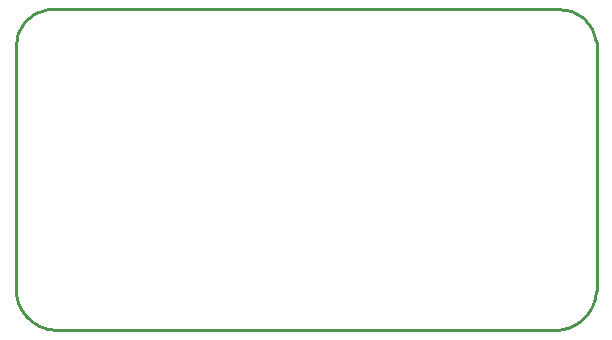
<source format=gko>
G04 Layer: BoardOutlineLayer*
G04 EasyEDA v6.5.22, 2023-01-13 20:03:49*
G04 4af29382efde4495a0526e0f4e779ae0,8b4b4f1b4b1740689f263a8d45eed83e,10*
G04 Gerber Generator version 0.2*
G04 Scale: 100 percent, Rotated: No, Reflected: No *
G04 Dimensions in millimeters *
G04 leading zeros omitted , absolute positions ,4 integer and 5 decimal *
%FSLAX45Y45*%
%MOMM*%

%ADD10C,0.2540*%
D10*
X2781300Y11430000D02*
G01*
X5502275Y11430000D01*
X2501900Y9080500D02*
G01*
X2501900Y11106150D01*
X7416800Y9042400D02*
G01*
X7416800Y11048748D01*
X2832100Y8712200D02*
G01*
X7048500Y8712200D01*
X7416800Y11150600D02*
G01*
X7416800Y11049109D01*
X7102475Y11429890D02*
G01*
X5502275Y11429890D01*
G75*
G01*
X7048500Y8712200D02*
G03*
X7416800Y9042400I18732J349604D01*
G75*
G01*
X2501900Y9080500D02*
G03*
X2832100Y8712200I349604J-18732D01*
G75*
G01*
X7416800Y11150600D02*
G03*
X7092950Y11430000I-312126J-34396D01*
G75*
G01*
X2781300Y11430000D02*
G03*
X2501900Y11106150I34396J-312126D01*

%LPD*%
M02*

</source>
